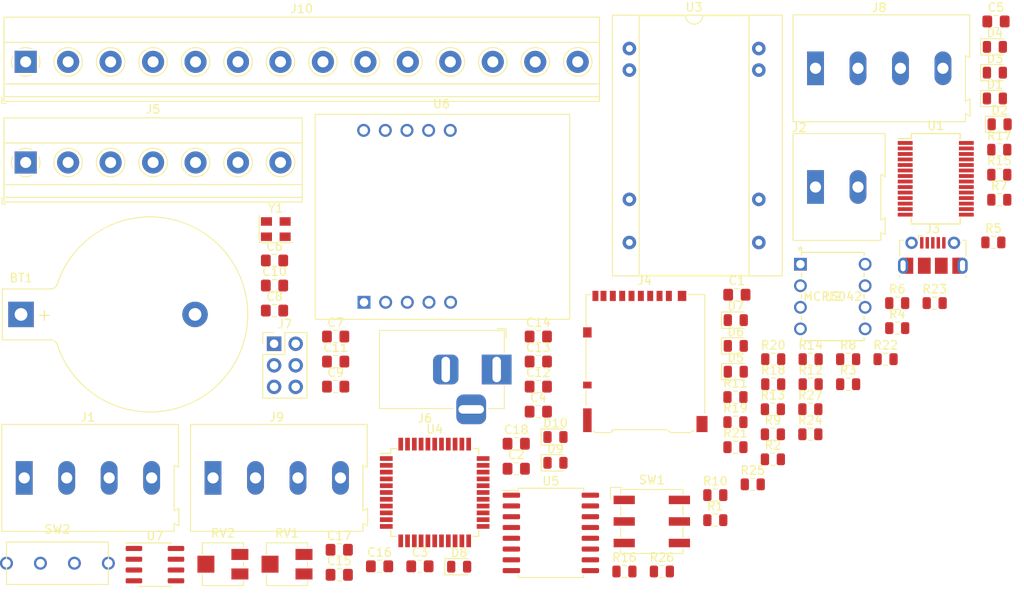
<source format=kicad_pcb>
(kicad_pcb (version 20171130) (host pcbnew "(5.1.2)-2")
  (layers (0 F.Cu signal) (31 B.Cu signal) (34 B.Paste user) (35 F.Paste user) (36 B.SilkS user) (37 F.SilkS user) (38 B.Mask user) (39 F.Mask user) (44 Edge.Cuts user))
  (net 0 "")
  (net 1 "Net-(BT1-Pad1)")
  (net 2 GND)
  (net 3 "Net-(C1-Pad1)")
  (net 4 "Net-(C17-Pad2)")
  (net 5 "Net-(C3-Pad1)")
  (net 6 "Net-(C4-Pad2)")
  (net 7 "Net-(C5-Pad1)")
  (net 8 "Net-(C6-Pad1)")
  (net 9 "Net-(C7-Pad2)")
  (net 10 "Net-(C8-Pad2)")
  (net 11 "Net-(C9-Pad2)")
  (net 12 VCC)
  (net 13 "Net-(D1-Pad1)")
  (net 14 "Net-(D4-Pad2)")
  (net 15 "Net-(D5-Pad2)")
  (net 16 "Net-(D6-Pad2)")
  (net 17 "Net-(D7-Pad2)")
  (net 18 "Net-(D8-Pad2)")
  (net 19 "Net-(D9-Pad2)")
  (net 20 "Net-(D9-Pad1)")
  (net 21 "Net-(D10-Pad2)")
  (net 22 "Net-(D10-Pad1)")
  (net 23 "Net-(J1-Pad3)")
  (net 24 "Net-(J1-Pad2)")
  (net 25 "Net-(J1-Pad1)")
  (net 26 "Net-(J3-Pad6)")
  (net 27 "Net-(J3-Pad3)")
  (net 28 "Net-(J3-Pad4)")
  (net 29 "Net-(J3-Pad2)")
  (net 30 MISO)
  (net 31 SCK)
  (net 32 MOSI)
  (net 33 /SD_CS)
  (net 34 "Net-(J4-Pad1)")
  (net 35 "Net-(J4-Pad8)")
  (net 36 "Net-(J4-Pad9)")
  (net 37 /BMP_CS)
  (net 38 /HIH_CS)
  (net 39 "Net-(J6-Pad2)")
  (net 40 "Net-(J6-Pad1)")
  (net 41 "Net-(J7-Pad4)")
  (net 42 PB0)
  (net 43 PA7)
  (net 44 PD2)
  (net 45 PC7)
  (net 46 PC6)
  (net 47 PC5)
  (net 48 PC4)
  (net 49 PC3)
  (net 50 PC2)
  (net 51 PA6)
  (net 52 PA5)
  (net 53 PA4)
  (net 54 PA3)
  (net 55 PA2)
  (net 56 "Net-(R3-Pad1)")
  (net 57 "Net-(R7-Pad1)")
  (net 58 "Net-(R8-Pad1)")
  (net 59 "Net-(R10-Pad2)")
  (net 60 "Net-(R11-Pad2)")
  (net 61 dirOUT)
  (net 62 "Net-(R12-Pad1)")
  (net 63 "Net-(R14-Pad2)")
  (net 64 "Net-(R14-Pad1)")
  (net 65 speedOUT)
  (net 66 "Net-(R16-Pad1)")
  (net 67 "Net-(R17-Pad1)")
  (net 68 "Net-(R18-Pad1)")
  (net 69 "Net-(R19-Pad1)")
  (net 70 "Net-(R21-Pad2)")
  (net 71 "Net-(R22-Pad2)")
  (net 72 "Net-(R23-Pad2)")
  (net 73 "Net-(R24-Pad2)")
  (net 74 "Net-(R25-Pad2)")
  (net 75 "Net-(SW2-Pad2)")
  (net 76 "Net-(U1-Pad28)")
  (net 77 "Net-(U1-Pad27)")
  (net 78 "Net-(U1-Pad19)")
  (net 79 "Net-(U1-Pad16)")
  (net 80 "Net-(U1-Pad15)")
  (net 81 "Net-(U1-Pad14)")
  (net 82 "Net-(U1-Pad13)")
  (net 83 "Net-(U1-Pad12)")
  (net 84 "Net-(U1-Pad11)")
  (net 85 "Net-(U1-Pad10)")
  (net 86 "Net-(U1-Pad9)")
  (net 87 "Net-(U1-Pad6)")
  (net 88 RXD)
  (net 89 "Net-(U1-Pad3)")
  (net 90 TXD)
  (net 91 /ETHER_CS)
  (net 92 "Net-(U4-Pad20)")
  (net 93 "Net-(U4-Pad19)")
  (net 94 "Net-(U5-Pad4)")
  (net 95 "Net-(U5-Pad3)")
  (net 96 "Net-(U5-Pad1)")
  (net 97 "Net-(U6-Pad6)")
  (net 98 "Net-(U6-Pad8)")
  (net 99 "Net-(U6-Pad5)")
  (net 100 "Net-(U6-Pad4)")
  (module Crystal:Crystal_SMD_EuroQuartz_MT-4Pin_3.2x2.5mm (layer F.Cu) (at 137.95 75.035167)
    (fp_text reference Y1 (at 0 -2.45) (layer F.SilkS))
    (fp_text value 16MHZ)
    (pad 4 smd rect (at -1.1 -0.9) (size 1.3 1) (layers F.Cu F.Paste F.Mask))
    (pad 3 smd rect (at 1.1 -0.9) (size 1.3 1) (layers F.Cu F.Paste F.Mask))
    (pad 2 smd rect (at 1.1 0.9) (size 1.3 1) (layers F.Cu F.Paste F.Mask) (net 10 "Net-(C8-Pad2)"))
    (pad 1 smd rect (at -1.1 0.9) (size 1.3 1) (layers F.Cu F.Paste F.Mask) (net 9 "Net-(C7-Pad2)"))
  )
  (module Package_SO:SOIC-8_3.9x4.9mm_P1.27mm (layer F.Cu) (at 123.72 114.575167)
    (fp_text reference U7 (at 0 -3.4) (layer F.SilkS))
    (fp_text value USB6B1)
    (pad 8 smd roundrect (at 2.475 -1.905) (size 1.95 0.6) (layers F.Cu F.Paste F.Mask) (net 4 "Net-(C17-Pad2)"))
    (pad 7 smd roundrect (at 2.475 -0.635) (size 1.95 0.6) (layers F.Cu F.Paste F.Mask) (net 80 "Net-(U1-Pad15)"))
    (pad 6 smd roundrect (at 2.475 0.635) (size 1.95 0.6) (layers F.Cu F.Paste F.Mask) (net 79 "Net-(U1-Pad16)"))
    (pad 5 smd roundrect (at 2.475 1.905) (size 1.95 0.6) (layers F.Cu F.Paste F.Mask) (net 2 GND))
    (pad 4 smd roundrect (at -2.475 1.905) (size 1.95 0.6) (layers F.Cu F.Paste F.Mask) (net 2 GND))
    (pad 3 smd roundrect (at -2.475 0.635) (size 1.95 0.6) (layers F.Cu F.Paste F.Mask) (net 29 "Net-(J3-Pad2)"))
    (pad 2 smd roundrect (at -2.475 -0.635) (size 1.95 0.6) (layers F.Cu F.Paste F.Mask) (net 27 "Net-(J3-Pad3)"))
    (pad 1 smd roundrect (at -2.475 -1.905) (size 1.95 0.6) (layers F.Cu F.Paste F.Mask) (net 4 "Net-(C17-Pad2)"))
  )
  (module "Meteo footprints:ENC28J60" (layer F.Cu) (at 157.075 73.300167)
    (fp_text reference U6 (at 0.38 -13.01) (layer F.SilkS))
    (fp_text value ENC28J60)
    (pad 7 thru_hole circle (at -6.23 -9.9) (size 1.524 1.524) (drill 1) (layers *.Cu *.Mask) (net 91 /ETHER_CS))
    (pad 10 thru_hole circle (at 1.42 -9.9) (size 1.524 1.524) (drill 1) (layers *.Cu *.Mask) (net 12 VCC))
    (pad 6 thru_hole circle (at -8.78 -9.9) (size 1.524 1.524) (drill 1) (layers *.Cu *.Mask) (net 97 "Net-(U6-Pad6)"))
    (pad 8 thru_hole circle (at -3.68 -9.9) (size 1.524 1.524) (drill 1) (layers *.Cu *.Mask) (net 98 "Net-(U6-Pad8)"))
    (pad 9 thru_hole circle (at -1.13 -9.9) (size 1.524 1.524) (drill 1) (layers *.Cu *.Mask) (net 2 GND))
    (pad 5 thru_hole circle (at 1.46 10.36) (size 1.524 1.524) (drill 1) (layers *.Cu *.Mask) (net 99 "Net-(U6-Pad5)"))
    (pad 4 thru_hole circle (at -1.09 10.36) (size 1.524 1.524) (drill 1) (layers *.Cu *.Mask) (net 100 "Net-(U6-Pad4)"))
    (pad 3 thru_hole circle (at -3.64 10.36) (size 1.524 1.524) (drill 1) (layers *.Cu *.Mask) (net 30 MISO))
    (pad 2 thru_hole circle (at -6.19 10.36) (size 1.524 1.524) (drill 1) (layers *.Cu *.Mask) (net 32 MOSI))
    (pad 1 thru_hole rect (at -8.74 10.36) (size 1.524 1.524) (drill 1) (layers *.Cu *.Mask) (net 31 SCK))
  )
  (module Package_SO:SOIC-16W_7.5x10.3mm_P1.27mm (layer F.Cu) (at 170.34 110.835167)
    (fp_text reference U5 (at 0 -6.1) (layer F.SilkS))
    (fp_text value DS3231M)
    (pad 16 smd roundrect (at 4.65 -4.445) (size 2.05 0.6) (layers F.Cu F.Paste F.Mask) (net 93 "Net-(U4-Pad19)"))
    (pad 15 smd roundrect (at 4.65 -3.175) (size 2.05 0.6) (layers F.Cu F.Paste F.Mask) (net 92 "Net-(U4-Pad20)"))
    (pad 14 smd roundrect (at 4.65 -1.905) (size 2.05 0.6) (layers F.Cu F.Paste F.Mask) (net 1 "Net-(BT1-Pad1)"))
    (pad 13 smd roundrect (at 4.65 -0.635) (size 2.05 0.6) (layers F.Cu F.Paste F.Mask) (net 2 GND))
    (pad 12 smd roundrect (at 4.65 0.635) (size 2.05 0.6) (layers F.Cu F.Paste F.Mask) (net 2 GND))
    (pad 11 smd roundrect (at 4.65 1.905) (size 2.05 0.6) (layers F.Cu F.Paste F.Mask) (net 2 GND))
    (pad 10 smd roundrect (at 4.65 3.175) (size 2.05 0.6) (layers F.Cu F.Paste F.Mask) (net 2 GND))
    (pad 9 smd roundrect (at 4.65 4.445) (size 2.05 0.6) (layers F.Cu F.Paste F.Mask) (net 2 GND))
    (pad 8 smd roundrect (at -4.65 4.445) (size 2.05 0.6) (layers F.Cu F.Paste F.Mask) (net 2 GND))
    (pad 7 smd roundrect (at -4.65 3.175) (size 2.05 0.6) (layers F.Cu F.Paste F.Mask) (net 2 GND))
    (pad 6 smd roundrect (at -4.65 1.905) (size 2.05 0.6) (layers F.Cu F.Paste F.Mask) (net 2 GND))
    (pad 5 smd roundrect (at -4.65 0.635) (size 2.05 0.6) (layers F.Cu F.Paste F.Mask) (net 2 GND))
    (pad 4 smd roundrect (at -4.65 -0.635) (size 2.05 0.6) (layers F.Cu F.Paste F.Mask) (net 94 "Net-(U5-Pad4)"))
    (pad 3 smd roundrect (at -4.65 -1.905) (size 2.05 0.6) (layers F.Cu F.Paste F.Mask) (net 95 "Net-(U5-Pad3)"))
    (pad 2 smd roundrect (at -4.65 -3.175) (size 2.05 0.6) (layers F.Cu F.Paste F.Mask) (net 12 VCC))
    (pad 1 smd roundrect (at -4.65 -4.445) (size 2.05 0.6) (layers F.Cu F.Paste F.Mask) (net 96 "Net-(U5-Pad1)"))
  )
  (module Package_QFP:TQFP-44_10x10mm_P0.8mm (layer F.Cu) (at 156.66 106.075167)
    (fp_text reference U4 (at 0 -7.45) (layer F.SilkS))
    (fp_text value ATmega1284P-AU)
    (pad 44 smd rect (at -4 -5.7 90) (size 1.5 0.55) (layers F.Cu F.Paste F.Mask) (net 37 /BMP_CS))
    (pad 43 smd rect (at -3.2 -5.7 90) (size 1.5 0.55) (layers F.Cu F.Paste F.Mask) (net 38 /HIH_CS))
    (pad 42 smd rect (at -2.4 -5.7 90) (size 1.5 0.55) (layers F.Cu F.Paste F.Mask) (net 91 /ETHER_CS))
    (pad 41 smd rect (at -1.6 -5.7 90) (size 1.5 0.55) (layers F.Cu F.Paste F.Mask) (net 33 /SD_CS))
    (pad 40 smd rect (at -0.8 -5.7 90) (size 1.5 0.55) (layers F.Cu F.Paste F.Mask) (net 42 PB0))
    (pad 39 smd rect (at 0 -5.7 90) (size 1.5 0.55) (layers F.Cu F.Paste F.Mask) (net 2 GND))
    (pad 38 smd rect (at 0.8 -5.7 90) (size 1.5 0.55) (layers F.Cu F.Paste F.Mask) (net 12 VCC))
    (pad 37 smd rect (at 1.6 -5.7 90) (size 1.5 0.55) (layers F.Cu F.Paste F.Mask) (net 61 dirOUT))
    (pad 36 smd rect (at 2.4 -5.7 90) (size 1.5 0.55) (layers F.Cu F.Paste F.Mask) (net 65 speedOUT))
    (pad 35 smd rect (at 3.2 -5.7 90) (size 1.5 0.55) (layers F.Cu F.Paste F.Mask) (net 55 PA2))
    (pad 34 smd rect (at 4 -5.7 90) (size 1.5 0.55) (layers F.Cu F.Paste F.Mask) (net 54 PA3))
    (pad 33 smd rect (at 5.7 -4) (size 1.5 0.55) (layers F.Cu F.Paste F.Mask) (net 53 PA4))
    (pad 32 smd rect (at 5.7 -3.2) (size 1.5 0.55) (layers F.Cu F.Paste F.Mask) (net 52 PA5))
    (pad 31 smd rect (at 5.7 -2.4) (size 1.5 0.55) (layers F.Cu F.Paste F.Mask) (net 51 PA6))
    (pad 30 smd rect (at 5.7 -1.6) (size 1.5 0.55) (layers F.Cu F.Paste F.Mask) (net 43 PA7))
    (pad 29 smd rect (at 5.7 -0.8) (size 1.5 0.55) (layers F.Cu F.Paste F.Mask) (net 12 VCC))
    (pad 28 smd rect (at 5.7 0) (size 1.5 0.55) (layers F.Cu F.Paste F.Mask) (net 2 GND))
    (pad 27 smd rect (at 5.7 0.8) (size 1.5 0.55) (layers F.Cu F.Paste F.Mask) (net 12 VCC))
    (pad 26 smd rect (at 5.7 1.6) (size 1.5 0.55) (layers F.Cu F.Paste F.Mask) (net 45 PC7))
    (pad 25 smd rect (at 5.7 2.4) (size 1.5 0.55) (layers F.Cu F.Paste F.Mask) (net 46 PC6))
    (pad 24 smd rect (at 5.7 3.2) (size 1.5 0.55) (layers F.Cu F.Paste F.Mask) (net 47 PC5))
    (pad 23 smd rect (at 5.7 4) (size 1.5 0.55) (layers F.Cu F.Paste F.Mask) (net 48 PC4))
    (pad 22 smd rect (at 4 5.7 90) (size 1.5 0.55) (layers F.Cu F.Paste F.Mask) (net 49 PC3))
    (pad 21 smd rect (at 3.2 5.7 90) (size 1.5 0.55) (layers F.Cu F.Paste F.Mask) (net 50 PC2))
    (pad 20 smd rect (at 2.4 5.7 90) (size 1.5 0.55) (layers F.Cu F.Paste F.Mask) (net 92 "Net-(U4-Pad20)"))
    (pad 19 smd rect (at 1.6 5.7 90) (size 1.5 0.55) (layers F.Cu F.Paste F.Mask) (net 93 "Net-(U4-Pad19)"))
    (pad 18 smd rect (at 0.8 5.7 90) (size 1.5 0.55) (layers F.Cu F.Paste F.Mask) (net 2 GND))
    (pad 17 smd rect (at 0 5.7 90) (size 1.5 0.55) (layers F.Cu F.Paste F.Mask) (net 12 VCC))
    (pad 16 smd rect (at -0.8 5.7 90) (size 1.5 0.55) (layers F.Cu F.Paste F.Mask) (net 74 "Net-(R25-Pad2)"))
    (pad 15 smd rect (at -1.6 5.7 90) (size 1.5 0.55) (layers F.Cu F.Paste F.Mask) (net 73 "Net-(R24-Pad2)"))
    (pad 14 smd rect (at -2.4 5.7 90) (size 1.5 0.55) (layers F.Cu F.Paste F.Mask) (net 72 "Net-(R23-Pad2)"))
    (pad 13 smd rect (at -3.2 5.7 90) (size 1.5 0.55) (layers F.Cu F.Paste F.Mask) (net 71 "Net-(R22-Pad2)"))
    (pad 12 smd rect (at -4 5.7 90) (size 1.5 0.55) (layers F.Cu F.Paste F.Mask) (net 70 "Net-(R21-Pad2)"))
    (pad 11 smd rect (at -5.7 4) (size 1.5 0.55) (layers F.Cu F.Paste F.Mask) (net 44 PD2))
    (pad 10 smd rect (at -5.7 3.2) (size 1.5 0.55) (layers F.Cu F.Paste F.Mask) (net 90 TXD))
    (pad 9 smd rect (at -5.7 2.4) (size 1.5 0.55) (layers F.Cu F.Paste F.Mask) (net 88 RXD))
    (pad 8 smd rect (at -5.7 1.6) (size 1.5 0.55) (layers F.Cu F.Paste F.Mask) (net 9 "Net-(C7-Pad2)"))
    (pad 7 smd rect (at -5.7 0.8) (size 1.5 0.55) (layers F.Cu F.Paste F.Mask) (net 10 "Net-(C8-Pad2)"))
    (pad 6 smd rect (at -5.7 0) (size 1.5 0.55) (layers F.Cu F.Paste F.Mask) (net 2 GND))
    (pad 5 smd rect (at -5.7 -0.8) (size 1.5 0.55) (layers F.Cu F.Paste F.Mask) (net 12 VCC))
    (pad 4 smd rect (at -5.7 -1.6) (size 1.5 0.55) (layers F.Cu F.Paste F.Mask) (net 11 "Net-(C9-Pad2)"))
    (pad 3 smd rect (at -5.7 -2.4) (size 1.5 0.55) (layers F.Cu F.Paste F.Mask) (net 31 SCK))
    (pad 2 smd rect (at -5.7 -3.2) (size 1.5 0.55) (layers F.Cu F.Paste F.Mask) (net 30 MISO))
    (pad 1 smd rect (at -5.7 -4) (size 1.5 0.55) (layers F.Cu F.Paste F.Mask) (net 32 MOSI))
  )
  (module "Meteo footprints:SCWN03A" (layer F.Cu) (at 179.585 51.215167)
    (fp_text reference U3 (at 7.62 -2.33) (layer F.SilkS))
    (fp_text value SCWN03A-03)
    (pad 23 thru_hole oval (at 15.24 2.54) (size 1.6 1.6) (drill 0.8) (layers *.Cu *.Mask))
    (pad 11 thru_hole oval (at 0 25.4) (size 1.6 1.6) (drill 0.8) (layers *.Cu *.Mask))
    (pad 22 thru_hole oval (at 15.24 5.08) (size 1.6 1.6) (drill 0.8) (layers *.Cu *.Mask))
    (pad 9 thru_hole oval (at 0 20.32) (size 1.6 1.6) (drill 0.8) (layers *.Cu *.Mask))
    (pad 16 thru_hole oval (at 15.24 20.32) (size 1.6 1.6) (drill 0.8) (layers *.Cu *.Mask))
    (pad 3 thru_hole oval (at 0 5.08) (size 1.6 1.6) (drill 0.8) (layers *.Cu *.Mask) (net 12 VCC))
    (pad 14 thru_hole oval (at 15.24 25.4) (size 1.6 1.6) (drill 0.8) (layers *.Cu *.Mask))
    (pad 2 thru_hole oval (at 0 2.54) (size 1.6 1.6) (drill 0.8) (layers *.Cu *.Mask) (net 39 "Net-(J6-Pad2)"))
  )
  (module "Meteo footprints:MCP6042-E&slash_P" (layer F.Cu) (at 207.3445 86.790367)
    (fp_text reference U2 (at -3.81 -3.81) (layer F.SilkS))
    (fp_text value MCP6042 (at -3.81 -3.81) (layer F.SilkS))
    (fp_text user * (at -7.62 -9.1313) (layer F.SilkS))
    (pad 8 thru_hole circle (at 0 -7.62) (size 1.4986 1.4986) (drill 0.9906) (layers *.Cu *.Mask) (net 12 VCC))
    (pad 7 thru_hole circle (at 0 -5.08) (size 1.4986 1.4986) (drill 0.9906) (layers *.Cu *.Mask) (net 65 speedOUT))
    (pad 6 thru_hole circle (at 0 -2.54) (size 1.4986 1.4986) (drill 0.9906) (layers *.Cu *.Mask) (net 57 "Net-(R7-Pad1)"))
    (pad 5 thru_hole circle (at 0 0) (size 1.4986 1.4986) (drill 0.9906) (layers *.Cu *.Mask) (net 62 "Net-(R12-Pad1)"))
    (pad 4 thru_hole circle (at -7.62 0) (size 1.4986 1.4986) (drill 0.9906) (layers *.Cu *.Mask) (net 2 GND))
    (pad 3 thru_hole circle (at -7.62 -2.54) (size 1.4986 1.4986) (drill 0.9906) (layers *.Cu *.Mask) (net 59 "Net-(R10-Pad2)"))
    (pad 2 thru_hole circle (at -7.62 -5.08) (size 1.4986 1.4986) (drill 0.9906) (layers *.Cu *.Mask) (net 58 "Net-(R8-Pad1)"))
    (pad 1 thru_hole rect (at -7.62 -7.62) (size 1.4986 1.4986) (drill 0.9906) (layers *.Cu *.Mask) (net 61 dirOUT))
  )
  (module Package_SO:SSOP-28_5.3x10.2mm_P0.65mm (layer F.Cu) (at 215.66 69.105167)
    (fp_text reference U1 (at 0 -6.25) (layer F.SilkS))
    (fp_text value FT232RL)
    (pad 28 smd rect (at 3.6 -4.225) (size 1.75 0.45) (layers F.Cu F.Paste F.Mask) (net 76 "Net-(U1-Pad28)"))
    (pad 27 smd rect (at 3.6 -3.575) (size 1.75 0.45) (layers F.Cu F.Paste F.Mask) (net 77 "Net-(U1-Pad27)"))
    (pad 26 smd rect (at 3.6 -2.925) (size 1.75 0.45) (layers F.Cu F.Paste F.Mask) (net 2 GND))
    (pad 25 smd rect (at 3.6 -2.275) (size 1.75 0.45) (layers F.Cu F.Paste F.Mask) (net 2 GND))
    (pad 24 smd rect (at 3.6 -1.625) (size 1.75 0.45) (layers F.Cu F.Paste F.Mask))
    (pad 23 smd rect (at 3.6 -0.975) (size 1.75 0.45) (layers F.Cu F.Paste F.Mask) (net 20 "Net-(D9-Pad1)"))
    (pad 22 smd rect (at 3.6 -0.325) (size 1.75 0.45) (layers F.Cu F.Paste F.Mask) (net 22 "Net-(D10-Pad1)"))
    (pad 21 smd rect (at 3.6 0.325) (size 1.75 0.45) (layers F.Cu F.Paste F.Mask) (net 2 GND))
    (pad 20 smd rect (at 3.6 0.975) (size 1.75 0.45) (layers F.Cu F.Paste F.Mask) (net 4 "Net-(C17-Pad2)"))
    (pad 19 smd rect (at 3.6 1.625) (size 1.75 0.45) (layers F.Cu F.Paste F.Mask) (net 78 "Net-(U1-Pad19)"))
    (pad 18 smd rect (at 3.6 2.275) (size 1.75 0.45) (layers F.Cu F.Paste F.Mask) (net 2 GND))
    (pad 17 smd rect (at 3.6 2.925) (size 1.75 0.45) (layers F.Cu F.Paste F.Mask) (net 5 "Net-(C3-Pad1)"))
    (pad 16 smd rect (at 3.6 3.575) (size 1.75 0.45) (layers F.Cu F.Paste F.Mask) (net 79 "Net-(U1-Pad16)"))
    (pad 15 smd rect (at 3.6 4.225) (size 1.75 0.45) (layers F.Cu F.Paste F.Mask) (net 80 "Net-(U1-Pad15)"))
    (pad 14 smd rect (at -3.6 4.225) (size 1.75 0.45) (layers F.Cu F.Paste F.Mask) (net 81 "Net-(U1-Pad14)"))
    (pad 13 smd rect (at -3.6 3.575) (size 1.75 0.45) (layers F.Cu F.Paste F.Mask) (net 82 "Net-(U1-Pad13)"))
    (pad 12 smd rect (at -3.6 2.925) (size 1.75 0.45) (layers F.Cu F.Paste F.Mask) (net 83 "Net-(U1-Pad12)"))
    (pad 11 smd rect (at -3.6 2.275) (size 1.75 0.45) (layers F.Cu F.Paste F.Mask) (net 84 "Net-(U1-Pad11)"))
    (pad 10 smd rect (at -3.6 1.625) (size 1.75 0.45) (layers F.Cu F.Paste F.Mask) (net 85 "Net-(U1-Pad10)"))
    (pad 9 smd rect (at -3.6 0.975) (size 1.75 0.45) (layers F.Cu F.Paste F.Mask) (net 86 "Net-(U1-Pad9)"))
    (pad 8 smd rect (at -3.6 0.325) (size 1.75 0.45) (layers F.Cu F.Paste F.Mask))
    (pad 7 smd rect (at -3.6 -0.325) (size 1.75 0.45) (layers F.Cu F.Paste F.Mask) (net 2 GND))
    (pad 6 smd rect (at -3.6 -0.975) (size 1.75 0.45) (layers F.Cu F.Paste F.Mask) (net 87 "Net-(U1-Pad6)"))
    (pad 5 smd rect (at -3.6 -1.625) (size 1.75 0.45) (layers F.Cu F.Paste F.Mask) (net 88 RXD))
    (pad 4 smd rect (at -3.6 -2.275) (size 1.75 0.45) (layers F.Cu F.Paste F.Mask) (net 12 VCC))
    (pad 3 smd rect (at -3.6 -2.925) (size 1.75 0.45) (layers F.Cu F.Paste F.Mask) (net 89 "Net-(U1-Pad3)"))
    (pad 2 smd rect (at -3.6 -3.575) (size 1.75 0.45) (layers F.Cu F.Paste F.Mask) (net 2 GND))
    (pad 1 smd rect (at -3.6 -4.225) (size 1.75 0.45) (layers F.Cu F.Paste F.Mask) (net 90 TXD))
  )
  (module "Meteo footprint:Switch_ON_OFF" (layer F.Cu) (at 112.236999 114.410167)
    (fp_text reference SW2 (at 0 -4) (layer F.SilkS))
    (fp_text value SW_SPST)
    (pad 4 thru_hole oval (at 6 0) (size 1.524 1.524) (drill 1) (layers *.Cu *.Mask))
    (pad 3 thru_hole oval (at 2 0) (size 1.524 1.524) (drill 1) (layers *.Cu *.Mask))
    (pad 2 thru_hole oval (at -2 0) (size 1.524 1.524) (drill 1) (layers *.Cu *.Mask) (net 75 "Net-(SW2-Pad2)"))
    (pad 1 thru_hole oval (at -6 0) (size 1.524 1.524) (drill 1) (layers *.Cu *.Mask) (net 40 "Net-(J6-Pad1)"))
  )
  (module Button_Switch_SMD:Nidec_Copal_SH-7010A (layer F.Cu) (at 182.225 109.490167)
    (fp_text reference SW1 (at 0 -4.9) (layer F.SilkS))
    (fp_text value SW_Push)
    (pad 2 smd rect (at 3.25 2.54) (size 2.5 1) (layers F.Cu F.Paste F.Mask) (net 11 "Net-(C9-Pad2)"))
    (pad 4 smd rect (at -3.25 2.54) (size 2.5 1) (layers F.Cu F.Paste F.Mask))
    (pad C smd rect (at 3.25 0) (size 2.5 1) (layers F.Cu F.Paste F.Mask))
    (pad C smd rect (at -3.25 0) (size 2.5 1) (layers F.Cu F.Paste F.Mask))
    (pad 8 smd rect (at 3.25 -2.54) (size 2.5 1) (layers F.Cu F.Paste F.Mask))
    (pad 1 smd rect (at -3.25 -2.54) (size 2.5 1) (layers F.Cu F.Paste F.Mask) (net 2 GND))
  )
  (module Potentiometer_SMD:Potentiometer_Bourns_3224J_Horizontal (layer F.Cu) (at 131.72 114.525167)
    (fp_text reference RV2 (at 0 -3.65) (layer F.SilkS))
    (fp_text value "2M TRIM")
    (pad 3 smd rect (at 2 1.15) (size 2 1.3) (layers F.Cu F.Paste F.Mask) (net 2 GND))
    (pad 2 smd rect (at -2 0) (size 2 2) (layers F.Cu F.Paste F.Mask) (net 63 "Net-(R14-Pad2)"))
    (pad 1 smd rect (at 2 -1.15) (size 2 1.3) (layers F.Cu F.Paste F.Mask) (net 57 "Net-(R7-Pad1)"))
  )
  (module Potentiometer_SMD:Potentiometer_Bourns_3224J_Horizontal (layer F.Cu) (at 139.27 114.525167)
    (fp_text reference RV1 (at 0 -3.65) (layer F.SilkS))
    (fp_text value "2,5k TRIM")
    (pad 3 smd rect (at 2 1.15) (size 2 1.3) (layers F.Cu F.Paste F.Mask) (net 2 GND))
    (pad 2 smd rect (at -2 0) (size 2 2) (layers F.Cu F.Paste F.Mask) (net 60 "Net-(R11-Pad2)"))
    (pad 1 smd rect (at 2 -1.15) (size 2 1.3) (layers F.Cu F.Paste F.Mask) (net 58 "Net-(R8-Pad1)"))
  )
  (module Resistor_SMD:R_0805_2012Metric (layer F.Cu) (at 200.89 96.265167)
    (fp_text reference R27 (at 0 -1.65) (layer F.SilkS))
    (fp_text value 55)
    (pad 2 smd roundrect (at 0.9375 0) (size 0.975 1.4) (layers F.Cu F.Paste F.Mask) (net 21 "Net-(D10-Pad2)"))
    (pad 1 smd roundrect (at -0.9375 0) (size 0.975 1.4) (layers F.Cu F.Paste F.Mask) (net 12 VCC))
  )
  (module Resistor_SMD:R_0805_2012Metric (layer F.Cu) (at 183.41 115.385167)
    (fp_text reference R26 (at 0 -1.65) (layer F.SilkS))
    (fp_text value 55)
    (pad 2 smd roundrect (at 0.9375 0) (size 0.975 1.4) (layers F.Cu F.Paste F.Mask) (net 19 "Net-(D9-Pad2)"))
    (pad 1 smd roundrect (at -0.9375 0) (size 0.975 1.4) (layers F.Cu F.Paste F.Mask) (net 12 VCC))
  )
  (module Resistor_SMD:R_0805_2012Metric (layer F.Cu) (at 194.11 105.115167)
    (fp_text reference R25 (at 0 -1.65) (layer F.SilkS))
    (fp_text value 55)
    (pad 2 smd roundrect (at 0.9375 0) (size 0.975 1.4) (layers F.Cu F.Paste F.Mask) (net 74 "Net-(R25-Pad2)"))
    (pad 1 smd roundrect (at -0.9375 0) (size 0.975 1.4) (layers F.Cu F.Paste F.Mask) (net 18 "Net-(D8-Pad2)"))
  )
  (module Resistor_SMD:R_0805_2012Metric (layer F.Cu) (at 200.89 99.215167)
    (fp_text reference R24 (at 0 -1.65) (layer F.SilkS))
    (fp_text value 55)
    (pad 2 smd roundrect (at 0.9375 0) (size 0.975 1.4) (layers F.Cu F.Paste F.Mask) (net 73 "Net-(R24-Pad2)"))
    (pad 1 smd roundrect (at -0.9375 0) (size 0.975 1.4) (layers F.Cu F.Paste F.Mask) (net 17 "Net-(D7-Pad2)"))
  )
  (module Resistor_SMD:R_0805_2012Metric (layer F.Cu) (at 215.53 83.755167)
    (fp_text reference R23 (at 0 -1.65) (layer F.SilkS))
    (fp_text value 55)
    (pad 2 smd roundrect (at 0.9375 0) (size 0.975 1.4) (layers F.Cu F.Paste F.Mask) (net 72 "Net-(R23-Pad2)"))
    (pad 1 smd roundrect (at -0.9375 0) (size 0.975 1.4) (layers F.Cu F.Paste F.Mask) (net 16 "Net-(D6-Pad2)"))
  )
  (module Resistor_SMD:R_0805_2012Metric (layer F.Cu) (at 209.75 90.365167)
    (fp_text reference R22 (at 0 -1.65) (layer F.SilkS))
    (fp_text value 55)
    (pad 2 smd roundrect (at 0.9375 0) (size 0.975 1.4) (layers F.Cu F.Paste F.Mask) (net 71 "Net-(R22-Pad2)"))
    (pad 1 smd roundrect (at -0.9375 0) (size 0.975 1.4) (layers F.Cu F.Paste F.Mask) (net 15 "Net-(D5-Pad2)"))
  )
  (module Resistor_SMD:R_0805_2012Metric (layer F.Cu) (at 192.07 100.735167)
    (fp_text reference R21 (at 0 -1.65) (layer F.SilkS))
    (fp_text value 55)
    (pad 2 smd roundrect (at 0.9375 0) (size 0.975 1.4) (layers F.Cu F.Paste F.Mask) (net 70 "Net-(R21-Pad2)"))
    (pad 1 smd roundrect (at -0.9375 0) (size 0.975 1.4) (layers F.Cu F.Paste F.Mask) (net 14 "Net-(D4-Pad2)"))
  )
  (module Resistor_SMD:R_0805_2012Metric (layer F.Cu) (at 196.52 90.365167)
    (fp_text reference R20 (at 0 -1.65) (layer F.SilkS))
    (fp_text value 10M)
    (pad 2 smd roundrect (at 0.9375 0) (size 0.975 1.4) (layers F.Cu F.Paste F.Mask) (net 68 "Net-(R18-Pad1)"))
    (pad 1 smd roundrect (at -0.9375 0) (size 0.975 1.4) (layers F.Cu F.Paste F.Mask) (net 69 "Net-(R19-Pad1)"))
  )
  (module Resistor_SMD:R_0805_2012Metric (layer F.Cu) (at 192.07 97.785167)
    (fp_text reference R19 (at 0 -1.65) (layer F.SilkS))
    (fp_text value 10M)
    (pad 2 smd roundrect (at 0.9375 0) (size 0.975 1.4) (layers F.Cu F.Paste F.Mask) (net 67 "Net-(R17-Pad1)"))
    (pad 1 smd roundrect (at -0.9375 0) (size 0.975 1.4) (layers F.Cu F.Paste F.Mask) (net 69 "Net-(R19-Pad1)"))
  )
  (module Resistor_SMD:R_0805_2012Metric (layer F.Cu) (at 196.52 93.315167)
    (fp_text reference R18 (at 0 -1.65) (layer F.SilkS))
    (fp_text value 10M)
    (pad 2 smd roundrect (at 0.9375 0) (size 0.975 1.4) (layers F.Cu F.Paste F.Mask) (net 64 "Net-(R14-Pad1)"))
    (pad 1 smd roundrect (at -0.9375 0) (size 0.975 1.4) (layers F.Cu F.Paste F.Mask) (net 68 "Net-(R18-Pad1)"))
  )
  (module Resistor_SMD:R_0805_2012Metric (layer F.Cu) (at 223.14 65.675167)
    (fp_text reference R17 (at 0 -1.65) (layer F.SilkS))
    (fp_text value 10M)
    (pad 2 smd roundrect (at 0.9375 0) (size 0.975 1.4) (layers F.Cu F.Paste F.Mask) (net 66 "Net-(R16-Pad1)"))
    (pad 1 smd roundrect (at -0.9375 0) (size 0.975 1.4) (layers F.Cu F.Paste F.Mask) (net 67 "Net-(R17-Pad1)"))
  )
  (module Resistor_SMD:R_0805_2012Metric (layer F.Cu) (at 179 115.385167)
    (fp_text reference R16 (at 0 -1.65) (layer F.SilkS))
    (fp_text value 10M)
    (pad 2 smd roundrect (at 0.9375 0) (size 0.975 1.4) (layers F.Cu F.Paste F.Mask) (net 65 speedOUT))
    (pad 1 smd roundrect (at -0.9375 0) (size 0.975 1.4) (layers F.Cu F.Paste F.Mask) (net 66 "Net-(R16-Pad1)"))
  )
  (module Resistor_SMD:R_0805_2012Metric (layer F.Cu) (at 223.14 68.625167)
    (fp_text reference R15 (at 0 -1.65) (layer F.SilkS))
    (fp_text value 100k)
    (pad 2 smd roundrect (at 0.9375 0) (size 0.975 1.4) (layers F.Cu F.Paste F.Mask) (net 11 "Net-(C9-Pad2)"))
    (pad 1 smd roundrect (at -0.9375 0) (size 0.975 1.4) (layers F.Cu F.Paste F.Mask) (net 12 VCC))
  )
  (module Resistor_SMD:R_0805_2012Metric (layer F.Cu) (at 200.93 90.365167)
    (fp_text reference R14 (at 0 -1.65) (layer F.SilkS))
    (fp_text value 10M)
    (pad 2 smd roundrect (at 0.9375 0) (size 0.975 1.4) (layers F.Cu F.Paste F.Mask) (net 63 "Net-(R14-Pad2)"))
    (pad 1 smd roundrect (at -0.9375 0) (size 0.975 1.4) (layers F.Cu F.Paste F.Mask) (net 64 "Net-(R14-Pad1)"))
  )
  (module Resistor_SMD:R_0805_2012Metric (layer F.Cu) (at 196.48 96.265167)
    (fp_text reference R13 (at 0 -1.65) (layer F.SilkS))
    (fp_text value 100k)
    (pad 2 smd roundrect (at 0.9375 0) (size 0.975 1.4) (layers F.Cu F.Paste F.Mask) (net 62 "Net-(R12-Pad1)"))
    (pad 1 smd roundrect (at -0.9375 0) (size 0.975 1.4) (layers F.Cu F.Paste F.Mask) (net 12 VCC))
  )
  (module Resistor_SMD:R_0805_2012Metric (layer F.Cu) (at 200.93 93.315167)
    (fp_text reference R12 (at 0 -1.65) (layer F.SilkS))
    (fp_text value 100k)
    (pad 2 smd roundrect (at 0.9375 0) (size 0.975 1.4) (layers F.Cu F.Paste F.Mask) (net 2 GND))
    (pad 1 smd roundrect (at -0.9375 0) (size 0.975 1.4) (layers F.Cu F.Paste F.Mask) (net 62 "Net-(R12-Pad1)"))
  )
  (module Resistor_SMD:R_0805_2012Metric (layer F.Cu) (at 192.07 94.835167)
    (fp_text reference R11 (at 0 -1.65) (layer F.SilkS))
    (fp_text value 330K)
    (pad 2 smd roundrect (at 0.9375 0) (size 0.975 1.4) (layers F.Cu F.Paste F.Mask) (net 60 "Net-(R11-Pad2)"))
    (pad 1 smd roundrect (at -0.9375 0) (size 0.975 1.4) (layers F.Cu F.Paste F.Mask) (net 61 dirOUT))
  )
  (module Resistor_SMD:R_0805_2012Metric (layer F.Cu) (at 189.7 106.385167)
    (fp_text reference R10 (at 0 -1.65) (layer F.SilkS))
    (fp_text value 100k)
    (pad 2 smd roundrect (at 0.9375 0) (size 0.975 1.4) (layers F.Cu F.Paste F.Mask) (net 59 "Net-(R10-Pad2)"))
    (pad 1 smd roundrect (at -0.9375 0) (size 0.975 1.4) (layers F.Cu F.Paste F.Mask) (net 12 VCC))
  )
  (module Resistor_SMD:R_0805_2012Metric (layer F.Cu) (at 196.48 99.215167)
    (fp_text reference R9 (at 0 -1.65) (layer F.SilkS))
    (fp_text value 100k)
    (pad 2 smd roundrect (at 0.9375 0) (size 0.975 1.4) (layers F.Cu F.Paste F.Mask) (net 2 GND))
    (pad 1 smd roundrect (at -0.9375 0) (size 0.975 1.4) (layers F.Cu F.Paste F.Mask) (net 59 "Net-(R10-Pad2)"))
  )
  (module Resistor_SMD:R_0805_2012Metric (layer F.Cu) (at 205.34 90.365167)
    (fp_text reference R8 (at 0 -1.65) (layer F.SilkS))
    (fp_text value 1k)
    (pad 2 smd roundrect (at 0.9375 0) (size 0.975 1.4) (layers F.Cu F.Paste F.Mask) (net 8 "Net-(C6-Pad1)"))
    (pad 1 smd roundrect (at -0.9375 0) (size 0.975 1.4) (layers F.Cu F.Paste F.Mask) (net 58 "Net-(R8-Pad1)"))
  )
  (module Resistor_SMD:R_0805_2012Metric (layer F.Cu) (at 223.14 71.575167)
    (fp_text reference R7 (at 0 -1.65) (layer F.SilkS))
    (fp_text value 120k)
    (pad 2 smd roundrect (at 0.9375 0) (size 0.975 1.4) (layers F.Cu F.Paste F.Mask) (net 7 "Net-(C5-Pad1)"))
    (pad 1 smd roundrect (at -0.9375 0) (size 0.975 1.4) (layers F.Cu F.Paste F.Mask) (net 57 "Net-(R7-Pad1)"))
  )
  (module Resistor_SMD:R_0805_2012Metric (layer F.Cu) (at 211.12 83.755167)
    (fp_text reference R6 (at 0 -1.65) (layer F.SilkS))
    (fp_text value 270k)
    (pad 2 smd roundrect (at 0.9375 0) (size 0.975 1.4) (layers F.Cu F.Paste F.Mask) (net 2 GND))
    (pad 1 smd roundrect (at -0.9375 0) (size 0.975 1.4) (layers F.Cu F.Paste F.Mask) (net 6 "Net-(C4-Pad2)"))
  )
  (module Resistor_SMD:R_0805_2012Metric (layer F.Cu) (at 222.44 76.605167)
    (fp_text reference R5 (at 0 -1.65) (layer F.SilkS))
    (fp_text value 100k)
    (pad 2 smd roundrect (at 0.9375 0) (size 0.975 1.4) (layers F.Cu F.Paste F.Mask) (net 56 "Net-(R3-Pad1)"))
    (pad 1 smd roundrect (at -0.9375 0) (size 0.975 1.4) (layers F.Cu F.Paste F.Mask) (net 6 "Net-(C4-Pad2)"))
  )
  (module Resistor_SMD:R_0805_2012Metric (layer F.Cu) (at 211.12 86.705167)
    (fp_text reference R4 (at 0 -1.65) (layer F.SilkS))
    (fp_text value 100)
    (pad 2 smd roundrect (at 0.9375 0) (size 0.975 1.4) (layers F.Cu F.Paste F.Mask) (net 25 "Net-(J1-Pad1)"))
    (pad 1 smd roundrect (at -0.9375 0) (size 0.975 1.4) (layers F.Cu F.Paste F.Mask) (net 2 GND))
  )
  (module Resistor_SMD:R_0805_2012Metric (layer F.Cu) (at 205.34 93.315167)
    (fp_text reference R3 (at 0 -1.65) (layer F.SilkS))
    (fp_text value 1k)
    (pad 2 smd roundrect (at 0.9375 0) (size 0.975 1.4) (layers F.Cu F.Paste F.Mask) (net 24 "Net-(J1-Pad2)"))
    (pad 1 smd roundrect (at -0.9375 0) (size 0.975 1.4) (layers F.Cu F.Paste F.Mask) (net 56 "Net-(R3-Pad1)"))
  )
  (module Resistor_SMD:R_0805_2012Metric (layer F.Cu) (at 196.48 102.165167)
    (fp_text reference R2 (at 0 -1.65) (layer F.SilkS))
    (fp_text value 100)
    (pad 2 smd roundrect (at 0.9375 0) (size 0.975 1.4) (layers F.Cu F.Paste F.Mask) (net 23 "Net-(J1-Pad3)"))
    (pad 1 smd roundrect (at -0.9375 0) (size 0.975 1.4) (layers F.Cu F.Paste F.Mask) (net 12 VCC))
  )
  (module Resistor_SMD:R_0805_2012Metric (layer F.Cu) (at 189.7 109.335167)
    (fp_text reference R1 (at 0 -1.65) (layer F.SilkS))
    (fp_text value 100k)
    (pad 2 smd roundrect (at 0.9375 0) (size 0.975 1.4) (layers F.Cu F.Paste F.Mask) (net 13 "Net-(D1-Pad1)"))
    (pad 1 smd roundrect (at -0.9375 0) (size 0.975 1.4) (layers F.Cu F.Paste F.Mask) (net 3 "Net-(C1-Pad1)"))
  )
  (module TerminalBlock_Phoenix:TerminalBlock_Phoenix_MKDS-1,5-14_1x14_P5.00mm_Horizontal (layer F.Cu) (at 108.5 55.325167)
    (fp_text reference J10 (at 32.5 -6.26) (layer F.SilkS))
    (fp_text value "Free Pins")
    (pad 14 thru_hole circle (at 65 0) (size 2.6 2.6) (drill 1.3) (layers *.Cu *.Mask))
    (pad 13 thru_hole circle (at 60 0) (size 2.6 2.6) (drill 1.3) (layers *.Cu *.Mask))
    (pad 12 thru_hole circle (at 55 0) (size 2.6 2.6) (drill 1.3) (layers *.Cu *.Mask) (net 44 PD2))
    (pad 11 thru_hole circle (at 50 0) (size 2.6 2.6) (drill 1.3) (layers *.Cu *.Mask) (net 45 PC7))
    (pad 10 thru_hole circle (at 45 0) (size 2.6 2.6) (drill 1.3) (layers *.Cu *.Mask) (net 46 PC6))
    (pad 9 thru_hole circle (at 40 0) (size 2.6 2.6) (drill 1.3) (layers *.Cu *.Mask) (net 47 PC5))
    (pad 8 thru_hole circle (at 35 0) (size 2.6 2.6) (drill 1.3) (layers *.Cu *.Mask) (net 48 PC4))
    (pad 7 thru_hole circle (at 30 0) (size 2.6 2.6) (drill 1.3) (layers *.Cu *.Mask) (net 49 PC3))
    (pad 6 thru_hole circle (at 25 0) (size 2.6 2.6) (drill 1.3) (layers *.Cu *.Mask) (net 50 PC2))
    (pad 5 thru_hole circle (at 20 0) (size 2.6 2.6) (drill 1.3) (layers *.Cu *.Mask) (net 51 PA6))
    (pad 4 thru_hole circle (at 15 0) (size 2.6 2.6) (drill 1.3) (layers *.Cu *.Mask) (net 52 PA5))
    (pad 3 thru_hole circle (at 10 0) (size 2.6 2.6) (drill 1.3) (layers *.Cu *.Mask) (net 53 PA4))
    (pad 2 thru_hole circle (at 5 0) (size 2.6 2.6) (drill 1.3) (layers *.Cu *.Mask) (net 54 PA3))
    (pad 1 thru_hole rect (at 0 0) (size 2.6 2.6) (drill 1.3) (layers *.Cu *.Mask) (net 55 PA2))
  )
  (module TerminalBlock:TerminalBlock_Altech_AK300-4_P5.00mm (layer F.Cu) (at 130.56 104.355167)
    (fp_text reference J9 (at 7.5 -7.15) (layer F.SilkS))
    (fp_text value SPI2)
    (pad 3 thru_hole oval (at 10 0) (size 1.98 3.96) (drill 1.32) (layers *.Cu *.Mask) (net 32 MOSI))
    (pad 4 thru_hole oval (at 15 0) (size 1.98 3.96) (drill 1.32) (layers *.Cu *.Mask) (net 43 PA7))
    (pad 2 thru_hole oval (at 5 0) (size 1.98 3.96) (drill 1.32) (layers *.Cu *.Mask) (net 30 MISO))
    (pad 1 thru_hole rect (at 0 0) (size 1.98 3.96) (drill 1.32) (layers *.Cu *.Mask) (net 31 SCK))
  )
  (module TerminalBlock:TerminalBlock_Altech_AK300-4_P5.00mm (layer F.Cu) (at 201.5 56.085167)
    (fp_text reference J8 (at 7.5 -7.15) (layer F.SilkS))
    (fp_text value SPI1)
    (pad 3 thru_hole oval (at 10 0) (size 1.98 3.96) (drill 1.32) (layers *.Cu *.Mask) (net 32 MOSI))
    (pad 4 thru_hole oval (at 15 0) (size 1.98 3.96) (drill 1.32) (layers *.Cu *.Mask) (net 42 PB0))
    (pad 2 thru_hole oval (at 5 0) (size 1.98 3.96) (drill 1.32) (layers *.Cu *.Mask) (net 30 MISO))
    (pad 1 thru_hole rect (at 0 0) (size 1.98 3.96) (drill 1.32) (layers *.Cu *.Mask) (net 31 SCK))
  )
  (module Connector_PinHeader_2.54mm:PinHeader_2x03_P2.54mm_Vertical (layer F.Cu) (at 137.75 88.545167)
    (fp_text reference J7 (at 1.27 -2.33) (layer F.SilkS))
    (fp_text value "USB programmer")
    (pad 6 thru_hole oval (at 2.54 5.08) (size 1.7 1.7) (drill 1) (layers *.Cu *.Mask) (net 2 GND))
    (pad 5 thru_hole oval (at 0 5.08) (size 1.7 1.7) (drill 1) (layers *.Cu *.Mask) (net 32 MOSI))
    (pad 4 thru_hole oval (at 2.54 2.54) (size 1.7 1.7) (drill 1) (layers *.Cu *.Mask) (net 41 "Net-(J7-Pad4)"))
    (pad 3 thru_hole oval (at 0 2.54) (size 1.7 1.7) (drill 1) (layers *.Cu *.Mask) (net 2 GND))
    (pad 2 thru_hole oval (at 2.54 0) (size 1.7 1.7) (drill 1) (layers *.Cu *.Mask) (net 31 SCK))
    (pad 1 thru_hole rect (at 0 0) (size 1.7 1.7) (drill 1) (layers *.Cu *.Mask) (net 30 MISO))
  )
  (module Connector_BarrelJack:BarrelJack_Horizontal (layer F.Cu) (at 163.96 91.580167)
    (fp_text reference J6 (at -8.45 5.75) (layer F.SilkS))
    (fp_text value Barrel_Jack)
    (pad 3 thru_hole roundrect (at -3 4.7) (size 3.5 3.5) (drill oval 3 1) (layers *.Cu *.Mask))
    (pad 2 thru_hole roundrect (at -6 0) (size 3 3.5) (drill oval 1 3) (layers *.Cu *.Mask) (net 39 "Net-(J6-Pad2)"))
    (pad 1 thru_hole rect (at 0 0) (size 3.5 3.5) (drill oval 1 3) (layers *.Cu *.Mask) (net 40 "Net-(J6-Pad1)"))
  )
  (module TerminalBlock_Phoenix:TerminalBlock_Phoenix_MKDS-1,5-7_1x07_P5.00mm_Horizontal (layer F.Cu) (at 108.5 67.185167)
    (fp_text reference J5 (at 15 -6.26) (layer F.SilkS))
    (fp_text value "Sensor board connector")
    (pad 7 thru_hole circle (at 30 0) (size 2.6 2.6) (drill 1.3) (layers *.Cu *.Mask) (net 37 /BMP_CS))
    (pad 6 thru_hole circle (at 25 0) (size 2.6 2.6) (drill 1.3) (layers *.Cu *.Mask) (net 32 MOSI))
    (pad 5 thru_hole circle (at 20 0) (size 2.6 2.6) (drill 1.3) (layers *.Cu *.Mask) (net 30 MISO))
    (pad 4 thru_hole circle (at 15 0) (size 2.6 2.6) (drill 1.3) (layers *.Cu *.Mask) (net 31 SCK))
    (pad 3 thru_hole circle (at 10 0) (size 2.6 2.6) (drill 1.3) (layers *.Cu *.Mask) (net 2 GND))
    (pad 2 thru_hole circle (at 5 0) (size 2.6 2.6) (drill 1.3) (layers *.Cu *.Mask) (net 12 VCC))
    (pad 1 thru_hole rect (at 0 0) (size 2.6 2.6) (drill 1.3) (layers *.Cu *.Mask) (net 38 /HIH_CS))
  )
  (module Connector_Card:microSD_HC_Hirose_DM3AT-SF-PEJM5 (layer F.Cu) (at 181.46 90.635167)
    (fp_text reference J4 (at -0.075 -9.525) (layer F.SilkS))
    (fp_text value Micro_SD_Card)
    (pad 11 smd rect (at 6.675 7.375) (size 1.3 1.9) (layers F.Cu F.Paste F.Mask))
    (pad 11 smd rect (at -6.825 6.925) (size 1 2.8) (layers F.Cu F.Paste F.Mask))
    (pad 10 smd rect (at -6.825 2.775) (size 1 0.8) (layers F.Cu F.Paste F.Mask))
    (pad 11 smd rect (at -6.825 -3.425) (size 1 1.2) (layers F.Cu F.Paste F.Mask))
    (pad 11 smd rect (at 4.325 -7.725) (size 1 1.2) (layers F.Cu F.Paste F.Mask))
    (pad 7 smd rect (at -3.825 -7.725) (size 0.7 1.2) (layers F.Cu F.Paste F.Mask) (net 30 MISO))
    (pad 6 smd rect (at -2.725 -7.725) (size 0.7 1.2) (layers F.Cu F.Paste F.Mask) (net 2 GND))
    (pad 5 smd rect (at -1.625 -7.725) (size 0.7 1.2) (layers F.Cu F.Paste F.Mask) (net 31 SCK))
    (pad 4 smd rect (at -0.525 -7.725) (size 0.7 1.2) (layers F.Cu F.Paste F.Mask) (net 12 VCC))
    (pad 3 smd rect (at 0.575 -7.725) (size 0.7 1.2) (layers F.Cu F.Paste F.Mask) (net 32 MOSI))
    (pad 2 smd rect (at 1.675 -7.725) (size 0.7 1.2) (layers F.Cu F.Paste F.Mask) (net 33 /SD_CS))
    (pad 1 smd rect (at 2.775 -7.725) (size 0.7 1.2) (layers F.Cu F.Paste F.Mask) (net 34 "Net-(J4-Pad1)"))
    (pad 8 smd rect (at -4.925 -7.725) (size 0.7 1.2) (layers F.Cu F.Paste F.Mask) (net 35 "Net-(J4-Pad8)"))
    (pad 9 smd rect (at -5.875 -7.725) (size 0.7 1.2) (layers F.Cu F.Paste F.Mask) (net 36 "Net-(J4-Pad9)"))
  )
  (module Connector_USB:USB_Micro-B_Molex-105017-0001 (layer F.Cu) (at 215.31 78.115167)
    (fp_text reference J3 (at 0 -3.1125) (layer F.SilkS))
    (fp_text value USB_B_Micro)
    (pad 6 smd rect (at -2.9 1.2375) (size 1.2 1.9) (layers F.Cu F.Mask) (net 26 "Net-(J3-Pad6)"))
    (pad 6 smd rect (at 2.9 1.2375) (size 1.2 1.9) (layers F.Cu F.Mask) (net 26 "Net-(J3-Pad6)"))
    (pad 6 thru_hole oval (at 3.5 1.2375) (size 1.2 1.9) (drill oval 0.6 1.3) (layers *.Cu *.Mask) (net 26 "Net-(J3-Pad6)"))
    (pad 6 thru_hole oval (at -3.5 1.2375 180) (size 1.2 1.9) (drill oval 0.6 1.3) (layers *.Cu *.Mask) (net 26 "Net-(J3-Pad6)"))
    (pad 6 smd rect (at -1 1.2375) (size 1.5 1.9) (layers F.Cu F.Paste F.Mask) (net 26 "Net-(J3-Pad6)"))
    (pad 6 thru_hole circle (at 2.5 -1.4625) (size 1.45 1.45) (drill 0.85) (layers *.Cu *.Mask) (net 26 "Net-(J3-Pad6)"))
    (pad 3 smd rect (at 0 -1.4625) (size 0.4 1.35) (layers F.Cu F.Paste F.Mask) (net 27 "Net-(J3-Pad3)"))
    (pad 4 smd rect (at 0.65 -1.4625) (size 0.4 1.35) (layers F.Cu F.Paste F.Mask) (net 28 "Net-(J3-Pad4)"))
    (pad 5 smd rect (at 1.3 -1.4625) (size 0.4 1.35) (layers F.Cu F.Paste F.Mask) (net 2 GND))
    (pad 1 smd rect (at -1.3 -1.4625) (size 0.4 1.35) (layers F.Cu F.Paste F.Mask) (net 4 "Net-(C17-Pad2)"))
    (pad 2 smd rect (at -0.65 -1.4625) (size 0.4 1.35) (layers F.Cu F.Paste F.Mask) (net 29 "Net-(J3-Pad2)"))
    (pad 6 thru_hole circle (at -2.5 -1.4625) (size 1.45 1.45) (drill 0.85) (layers *.Cu *.Mask) (net 26 "Net-(J3-Pad6)"))
    (pad 6 smd rect (at 1 1.2375) (size 1.5 1.9) (layers F.Cu F.Paste F.Mask) (net 26 "Net-(J3-Pad6)"))
  )
  (module TerminalBlock:TerminalBlock_Altech_AK300-2_P5.00mm (layer F.Cu) (at 201.5 70.075167)
    (fp_text reference J2 (at -1.92 -6.99) (layer F.SilkS))
    (fp_text value "Wind Speed")
    (pad 2 thru_hole oval (at 5 0) (size 1.98 3.96) (drill 1.32) (layers *.Cu *.Mask) (net 2 GND))
    (pad 1 thru_hole rect (at 0 0) (size 1.98 3.96) (drill 1.32) (layers *.Cu *.Mask) (net 13 "Net-(D1-Pad1)"))
  )
  (module TerminalBlock:TerminalBlock_Altech_AK300-4_P5.00mm (layer F.Cu) (at 108.33 104.355167)
    (fp_text reference J1 (at 7.5 -7.15) (layer F.SilkS))
    (fp_text value "Wind Direction")
    (pad 3 thru_hole oval (at 10 0) (size 1.98 3.96) (drill 1.32) (layers *.Cu *.Mask) (net 23 "Net-(J1-Pad3)"))
    (pad 4 thru_hole oval (at 15 0) (size 1.98 3.96) (drill 1.32) (layers *.Cu *.Mask))
    (pad 2 thru_hole oval (at 5 0) (size 1.98 3.96) (drill 1.32) (layers *.Cu *.Mask) (net 24 "Net-(J1-Pad2)"))
    (pad 1 thru_hole rect (at 0 0) (size 1.98 3.96) (drill 1.32) (layers *.Cu *.Mask) (net 25 "Net-(J1-Pad1)"))
  )
  (module Diode_SMD:D_0805_2012Metric (layer F.Cu) (at 170.88 99.540167)
    (fp_text reference D10 (at 0 -1.65) (layer F.SilkS))
    (fp_text value RXLED)
    (pad 2 smd roundrect (at 0.9375 0) (size 0.975 1.4) (layers F.Cu F.Paste F.Mask) (net 21 "Net-(D10-Pad2)"))
    (pad 1 smd roundrect (at -0.9375 0) (size 0.975 1.4) (layers F.Cu F.Paste F.Mask) (net 22 "Net-(D10-Pad1)"))
  )
  (module Diode_SMD:D_0805_2012Metric (layer F.Cu) (at 170.88 102.580167)
    (fp_text reference D9 (at 0 -1.65) (layer F.SilkS))
    (fp_text value TXLED)
    (pad 2 smd roundrect (at 0.9375 0) (size 0.975 1.4) (layers F.Cu F.Paste F.Mask) (net 19 "Net-(D9-Pad2)"))
    (pad 1 smd roundrect (at -0.9375 0) (size 0.975 1.4) (layers F.Cu F.Paste F.Mask) (net 20 "Net-(D9-Pad1)"))
  )
  (module Diode_SMD:D_0805_2012Metric (layer F.Cu) (at 159.54 114.820167)
    (fp_text reference D8 (at 0 -1.65) (layer F.SilkS))
    (fp_text value ETHERNET_ACTIVITY)
    (pad 2 smd roundrect (at 0.9375 0) (size 0.975 1.4) (layers F.Cu F.Paste F.Mask) (net 18 "Net-(D8-Pad2)"))
    (pad 1 smd roundrect (at -0.9375 0) (size 0.975 1.4) (layers F.Cu F.Paste F.Mask) (net 2 GND))
  )
  (module Diode_SMD:D_0805_2012Metric (layer F.Cu) (at 192.11 85.760167)
    (fp_text reference D7 (at 0 -1.65) (layer F.SilkS))
    (fp_text value SUCC_WRITE_TO_SD)
    (pad 2 smd roundrect (at 0.9375 0) (size 0.975 1.4) (layers F.Cu F.Paste F.Mask) (net 17 "Net-(D7-Pad2)"))
    (pad 1 smd roundrect (at -0.9375 0) (size 0.975 1.4) (layers F.Cu F.Paste F.Mask) (net 2 GND))
  )
  (module Diode_SMD:D_0805_2012Metric (layer F.Cu) (at 192.11 88.800167)
    (fp_text reference D6 (at 0 -1.65) (layer F.SilkS))
    (fp_text value READING_DATA)
    (pad 2 smd roundrect (at 0.9375 0) (size 0.975 1.4) (layers F.Cu F.Paste F.Mask) (net 16 "Net-(D6-Pad2)"))
    (pad 1 smd roundrect (at -0.9375 0) (size 0.975 1.4) (layers F.Cu F.Paste F.Mask) (net 2 GND))
  )
  (module Diode_SMD:D_0805_2012Metric (layer F.Cu) (at 192.11 91.840167)
    (fp_text reference D5 (at 0 -1.65) (layer F.SilkS))
    (fp_text value MCU_STARTED)
    (pad 2 smd roundrect (at 0.9375 0) (size 0.975 1.4) (layers F.Cu F.Paste F.Mask) (net 15 "Net-(D5-Pad2)"))
    (pad 1 smd roundrect (at -0.9375 0) (size 0.975 1.4) (layers F.Cu F.Paste F.Mask) (net 2 GND))
  )
  (module Diode_SMD:D_0805_2012Metric (layer F.Cu) (at 222.62 53.560167)
    (fp_text reference D4 (at 0 -1.65) (layer F.SilkS))
    (fp_text value PWR_LED)
    (pad 2 smd roundrect (at 0.9375 0) (size 0.975 1.4) (layers F.Cu F.Paste F.Mask) (net 14 "Net-(D4-Pad2)"))
    (pad 1 smd roundrect (at -0.9375 0) (size 0.975 1.4) (layers F.Cu F.Paste F.Mask) (net 2 GND))
  )
  (module Diode_SMD:D_0805_2012Metric (layer F.Cu) (at 222.62 56.600167)
    (fp_text reference D3 (at 0 -1.65) (layer F.SilkS))
    (fp_text value DIODE)
    (pad 2 smd roundrect (at 0.9375 0) (size 0.975 1.4) (layers F.Cu F.Paste F.Mask) (net 3 "Net-(C1-Pad1)"))
    (pad 1 smd roundrect (at -0.9375 0) (size 0.975 1.4) (layers F.Cu F.Paste F.Mask) (net 2 GND))
  )
  (module Diode_SMD:D_0805_2012Metric (layer F.Cu) (at 223.18 62.680167)
    (fp_text reference D2 (at 0 -1.65) (layer F.SilkS))
    (fp_text value DIODE)
    (pad 2 smd roundrect (at 0.9375 0) (size 0.975 1.4) (layers F.Cu F.Paste F.Mask) (net 12 VCC))
    (pad 1 smd roundrect (at -0.9375 0) (size 0.975 1.4) (layers F.Cu F.Paste F.Mask) (net 3 "Net-(C1-Pad1)"))
  )
  (module Diode_SMD:D_0805_2012Metric (layer F.Cu) (at 222.62 59.640167)
    (fp_text reference D1 (at 0 -1.65) (layer F.SilkS))
    (fp_text value D_Zener)
    (pad 2 smd roundrect (at 0.9375 0) (size 0.975 1.4) (layers F.Cu F.Paste F.Mask) (net 2 GND))
    (pad 1 smd roundrect (at -0.9375 0) (size 0.975 1.4) (layers F.Cu F.Paste F.Mask) (net 13 "Net-(D1-Pad1)"))
  )
  (module Capacitor_SMD:C_0805_2012Metric_Pad1.15x1.40mm_HandSolder (layer F.Cu) (at 166.26 100.325167)
    (fp_text reference C18 (at 0 -1.65) (layer F.SilkS))
    (fp_text value 4.7uF)
    (pad 2 smd roundrect (at 1.025 0) (size 1.15 1.4) (layers F.Cu F.Paste F.Mask) (roundrect_rratio 0.217391) (net 4 "Net-(C17-Pad2)"))
    (pad 1 smd roundrect (at -1.025 0) (size 1.15 1.4) (layers F.Cu F.Paste F.Mask) (roundrect_rratio 0.217391) (net 2 GND))
  )
  (module Capacitor_SMD:C_0805_2012Metric_Pad1.15x1.40mm_HandSolder (layer F.Cu) (at 145.42 112.825167)
    (fp_text reference C17 (at 0 -1.65) (layer F.SilkS))
    (fp_text value 100nF)
    (pad 2 smd roundrect (at 1.025 0) (size 1.15 1.4) (layers F.Cu F.Paste F.Mask) (roundrect_rratio 0.217391) (net 4 "Net-(C17-Pad2)"))
    (pad 1 smd roundrect (at -1.025 0) (size 1.15 1.4) (layers F.Cu F.Paste F.Mask) (roundrect_rratio 0.217391) (net 2 GND))
  )
  (module Capacitor_SMD:C_0805_2012Metric_Pad1.15x1.40mm_HandSolder (layer F.Cu) (at 150.17 114.775167)
    (fp_text reference C16 (at 0 -1.65) (layer F.SilkS))
    (fp_text value 100nF)
    (pad 2 smd roundrect (at 1.025 0) (size 1.15 1.4) (layers F.Cu F.Paste F.Mask) (roundrect_rratio 0.217391) (net 2 GND))
    (pad 1 smd roundrect (at -1.025 0) (size 1.15 1.4) (layers F.Cu F.Paste F.Mask) (roundrect_rratio 0.217391) (net 12 VCC))
  )
  (module Capacitor_SMD:C_0805_2012Metric_Pad1.15x1.40mm_HandSolder (layer F.Cu) (at 145.42 115.775167)
    (fp_text reference C15 (at 0 -1.65) (layer F.SilkS))
    (fp_text value 100nF)
    (pad 2 smd roundrect (at 1.025 0) (size 1.15 1.4) (layers F.Cu F.Paste F.Mask) (roundrect_rratio 0.217391) (net 2 GND))
    (pad 1 smd roundrect (at -1.025 0) (size 1.15 1.4) (layers F.Cu F.Paste F.Mask) (roundrect_rratio 0.217391) (net 12 VCC))
  )
  (module Capacitor_SMD:C_0805_2012Metric_Pad1.15x1.40mm_HandSolder (layer F.Cu) (at 168.86 87.695167)
    (fp_text reference C14 (at 0 -1.65) (layer F.SilkS))
    (fp_text value 100nF)
    (pad 2 smd roundrect (at 1.025 0) (size 1.15 1.4) (layers F.Cu F.Paste F.Mask) (roundrect_rratio 0.217391) (net 2 GND))
    (pad 1 smd roundrect (at -1.025 0) (size 1.15 1.4) (layers F.Cu F.Paste F.Mask) (roundrect_rratio 0.217391) (net 12 VCC))
  )
  (module Capacitor_SMD:C_0805_2012Metric_Pad1.15x1.40mm_HandSolder (layer F.Cu) (at 168.86 90.645167)
    (fp_text reference C13 (at 0 -1.65) (layer F.SilkS))
    (fp_text value 100nF)
    (pad 2 smd roundrect (at 1.025 0) (size 1.15 1.4) (layers F.Cu F.Paste F.Mask) (roundrect_rratio 0.217391) (net 2 GND))
    (pad 1 smd roundrect (at -1.025 0) (size 1.15 1.4) (layers F.Cu F.Paste F.Mask) (roundrect_rratio 0.217391) (net 12 VCC))
  )
  (module Capacitor_SMD:C_0805_2012Metric_Pad1.15x1.40mm_HandSolder (layer F.Cu) (at 168.86 93.595167)
    (fp_text reference C12 (at 0 -1.65) (layer F.SilkS))
    (fp_text value 100nF)
    (pad 2 smd roundrect (at 1.025 0) (size 1.15 1.4) (layers F.Cu F.Paste F.Mask) (roundrect_rratio 0.217391) (net 2 GND))
    (pad 1 smd roundrect (at -1.025 0) (size 1.15 1.4) (layers F.Cu F.Paste F.Mask) (roundrect_rratio 0.217391) (net 12 VCC))
  )
  (module Capacitor_SMD:C_0805_2012Metric_Pad1.15x1.40mm_HandSolder (layer F.Cu) (at 145 90.645167)
    (fp_text reference C11 (at 0 -1.65) (layer F.SilkS))
    (fp_text value 100nF)
    (pad 2 smd roundrect (at 1.025 0) (size 1.15 1.4) (layers F.Cu F.Paste F.Mask) (roundrect_rratio 0.217391) (net 2 GND))
    (pad 1 smd roundrect (at -1.025 0) (size 1.15 1.4) (layers F.Cu F.Paste F.Mask) (roundrect_rratio 0.217391) (net 12 VCC))
  )
  (module Capacitor_SMD:C_0805_2012Metric_Pad1.15x1.40mm_HandSolder (layer F.Cu) (at 137.8 81.685167)
    (fp_text reference C10 (at 0 -1.65) (layer F.SilkS))
    (fp_text value 100nF)
    (pad 2 smd roundrect (at 1.025 0) (size 1.15 1.4) (layers F.Cu F.Paste F.Mask) (roundrect_rratio 0.217391) (net 2 GND))
    (pad 1 smd roundrect (at -1.025 0) (size 1.15 1.4) (layers F.Cu F.Paste F.Mask) (roundrect_rratio 0.217391) (net 12 VCC))
  )
  (module Capacitor_SMD:C_0805_2012Metric_Pad1.15x1.40mm_HandSolder (layer F.Cu) (at 145 93.595167)
    (fp_text reference C9 (at 0 -1.65) (layer F.SilkS))
    (fp_text value 100nF)
    (pad 2 smd roundrect (at 1.025 0) (size 1.15 1.4) (layers F.Cu F.Paste F.Mask) (roundrect_rratio 0.217391) (net 11 "Net-(C9-Pad2)"))
    (pad 1 smd roundrect (at -1.025 0) (size 1.15 1.4) (layers F.Cu F.Paste F.Mask) (roundrect_rratio 0.217391) (net 2 GND))
  )
  (module Capacitor_SMD:C_0805_2012Metric_Pad1.15x1.40mm_HandSolder (layer F.Cu) (at 137.8 84.635167)
    (fp_text reference C8 (at 0 -1.65) (layer F.SilkS))
    (fp_text value 100nF)
    (pad 2 smd roundrect (at 1.025 0) (size 1.15 1.4) (layers F.Cu F.Paste F.Mask) (roundrect_rratio 0.217391) (net 10 "Net-(C8-Pad2)"))
    (pad 1 smd roundrect (at -1.025 0) (size 1.15 1.4) (layers F.Cu F.Paste F.Mask) (roundrect_rratio 0.217391) (net 2 GND))
  )
  (module Capacitor_SMD:C_0805_2012Metric_Pad1.15x1.40mm_HandSolder (layer F.Cu) (at 145 87.695167)
    (fp_text reference C7 (at 0 -1.65) (layer F.SilkS))
    (fp_text value 100nF)
    (pad 2 smd roundrect (at 1.025 0) (size 1.15 1.4) (layers F.Cu F.Paste F.Mask) (roundrect_rratio 0.217391) (net 9 "Net-(C7-Pad2)"))
    (pad 1 smd roundrect (at -1.025 0) (size 1.15 1.4) (layers F.Cu F.Paste F.Mask) (roundrect_rratio 0.217391) (net 2 GND))
  )
  (module Capacitor_SMD:C_0805_2012Metric_Pad1.15x1.40mm_HandSolder (layer F.Cu) (at 137.8 78.735167)
    (fp_text reference C6 (at 0 -1.65) (layer F.SilkS))
    (fp_text value 100nF)
    (pad 2 smd roundrect (at 1.025 0) (size 1.15 1.4) (layers F.Cu F.Paste F.Mask) (roundrect_rratio 0.217391) (net 6 "Net-(C4-Pad2)"))
    (pad 1 smd roundrect (at -1.025 0) (size 1.15 1.4) (layers F.Cu F.Paste F.Mask) (roundrect_rratio 0.217391) (net 8 "Net-(C6-Pad1)"))
  )
  (module Capacitor_SMD:C_0805_2012Metric_Pad1.15x1.40mm_HandSolder (layer F.Cu) (at 222.75 50.565167)
    (fp_text reference C5 (at 0 -1.65) (layer F.SilkS))
    (fp_text value 100nF)
    (pad 2 smd roundrect (at 1.025 0) (size 1.15 1.4) (layers F.Cu F.Paste F.Mask) (roundrect_rratio 0.217391) (net 3 "Net-(C1-Pad1)"))
    (pad 1 smd roundrect (at -1.025 0) (size 1.15 1.4) (layers F.Cu F.Paste F.Mask) (roundrect_rratio 0.217391) (net 7 "Net-(C5-Pad1)"))
  )
  (module Capacitor_SMD:C_0805_2012Metric_Pad1.15x1.40mm_HandSolder (layer F.Cu) (at 168.86 96.545167)
    (fp_text reference C4 (at 0 -1.65) (layer F.SilkS))
    (fp_text value 100nF)
    (pad 2 smd roundrect (at 1.025 0) (size 1.15 1.4) (layers F.Cu F.Paste F.Mask) (roundrect_rratio 0.217391) (net 6 "Net-(C4-Pad2)"))
    (pad 1 smd roundrect (at -1.025 0) (size 1.15 1.4) (layers F.Cu F.Paste F.Mask) (roundrect_rratio 0.217391) (net 2 GND))
  )
  (module Capacitor_SMD:C_0805_2012Metric_Pad1.15x1.40mm_HandSolder (layer F.Cu) (at 154.92 114.775167)
    (fp_text reference C3 (at 0 -1.65) (layer F.SilkS))
    (fp_text value 100nF)
    (pad 2 smd roundrect (at 1.025 0) (size 1.15 1.4) (layers F.Cu F.Paste F.Mask) (roundrect_rratio 0.217391) (net 2 GND))
    (pad 1 smd roundrect (at -1.025 0) (size 1.15 1.4) (layers F.Cu F.Paste F.Mask) (roundrect_rratio 0.217391) (net 5 "Net-(C3-Pad1)"))
  )
  (module Capacitor_SMD:C_0805_2012Metric_Pad1.15x1.40mm_HandSolder (layer F.Cu) (at 166.26 103.275167)
    (fp_text reference C2 (at 0 -1.65) (layer F.SilkS))
    (fp_text value 100nF)
    (pad 2 smd roundrect (at 1.025 0) (size 1.15 1.4) (layers F.Cu F.Paste F.Mask) (roundrect_rratio 0.217391) (net 4 "Net-(C17-Pad2)"))
    (pad 1 smd roundrect (at -1.025 0) (size 1.15 1.4) (layers F.Cu F.Paste F.Mask) (roundrect_rratio 0.217391) (net 2 GND))
  )
  (module Capacitor_SMD:C_0805_2012Metric_Pad1.15x1.40mm_HandSolder (layer F.Cu) (at 192.24 82.765167)
    (fp_text reference C1 (at 0 -1.65) (layer F.SilkS))
    (fp_text value 100nF)
    (pad 2 smd roundrect (at 1.025 0) (size 1.15 1.4) (layers F.Cu F.Paste F.Mask) (roundrect_rratio 0.217391) (net 2 GND))
    (pad 1 smd roundrect (at -1.025 0) (size 1.15 1.4) (layers F.Cu F.Paste F.Mask) (roundrect_rratio 0.217391) (net 3 "Net-(C1-Pad1)"))
  )
  (module Battery:BatteryHolder_Keystone_103_1x20mm (layer F.Cu) (at 107.95 85.09)
    (fp_text reference BT1 (at 0 -4.3) (layer F.SilkS))
    (fp_text value Battery_Cell)
    (fp_text user + (at 2.75 0) (layer F.SilkS) (effects (font (size 1.5 1.5))))
    (pad 1 thru_hole rect (at 0 0) (size 3 3) (drill 1.5) (layers *.Cu *.Mask) (net 1 "Net-(BT1-Pad1)"))
    (pad 2 thru_hole circle (at 20.49 0) (size 3 3) (drill 1.5) (layers *.Cu *.Mask) (net 2 GND))
  )
)
</source>
